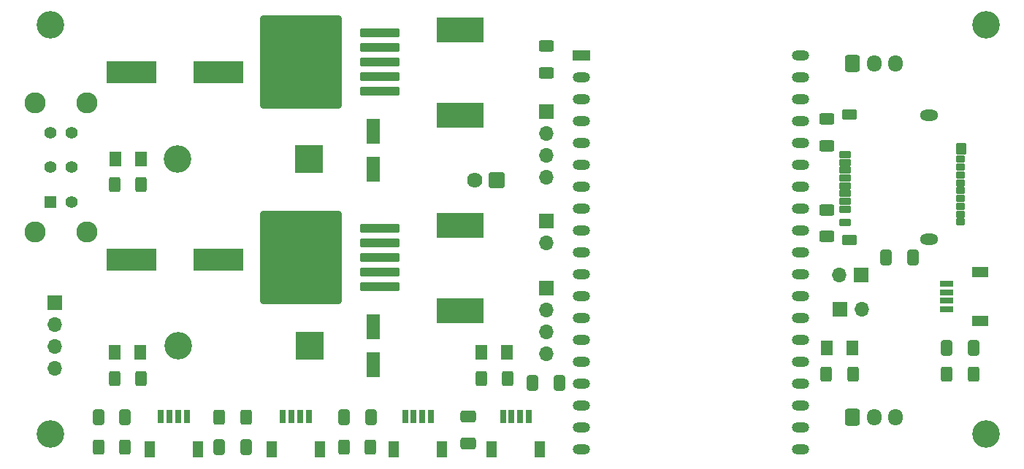
<source format=gbr>
%TF.GenerationSoftware,KiCad,Pcbnew,8.0.8*%
%TF.CreationDate,2025-03-18T22:09:40-04:00*%
%TF.ProjectId,pcb v4,70636220-7634-42e6-9b69-6361645f7063,rev?*%
%TF.SameCoordinates,Original*%
%TF.FileFunction,Soldermask,Top*%
%TF.FilePolarity,Negative*%
%FSLAX46Y46*%
G04 Gerber Fmt 4.6, Leading zero omitted, Abs format (unit mm)*
G04 Created by KiCad (PCBNEW 8.0.8) date 2025-03-18 22:09:40*
%MOMM*%
%LPD*%
G01*
G04 APERTURE LIST*
G04 Aperture macros list*
%AMRoundRect*
0 Rectangle with rounded corners*
0 $1 Rounding radius*
0 $2 $3 $4 $5 $6 $7 $8 $9 X,Y pos of 4 corners*
0 Add a 4 corners polygon primitive as box body*
4,1,4,$2,$3,$4,$5,$6,$7,$8,$9,$2,$3,0*
0 Add four circle primitives for the rounded corners*
1,1,$1+$1,$2,$3*
1,1,$1+$1,$4,$5*
1,1,$1+$1,$6,$7*
1,1,$1+$1,$8,$9*
0 Add four rect primitives between the rounded corners*
20,1,$1+$1,$2,$3,$4,$5,0*
20,1,$1+$1,$4,$5,$6,$7,0*
20,1,$1+$1,$6,$7,$8,$9,0*
20,1,$1+$1,$8,$9,$2,$3,0*%
G04 Aperture macros list end*
%ADD10C,3.200000*%
%ADD11R,1.700000X1.700000*%
%ADD12O,1.700000X1.700000*%
%ADD13RoundRect,0.250000X0.400000X0.625000X-0.400000X0.625000X-0.400000X-0.625000X0.400000X-0.625000X0*%
%ADD14R,0.660400X1.549400*%
%ADD15R,1.295400X1.905000*%
%ADD16R,1.549400X0.660400*%
%ADD17R,1.905000X1.295400*%
%ADD18RoundRect,0.250000X-0.412500X-0.650000X0.412500X-0.650000X0.412500X0.650000X-0.412500X0.650000X0*%
%ADD19R,2.000000X1.200000*%
%ADD20O,2.000000X1.200000*%
%ADD21RoundRect,0.250000X2.050000X0.300000X-2.050000X0.300000X-2.050000X-0.300000X2.050000X-0.300000X0*%
%ADD22RoundRect,0.250002X4.449998X5.149998X-4.449998X5.149998X-4.449998X-5.149998X4.449998X-5.149998X0*%
%ADD23RoundRect,0.102000X0.604000X-0.604000X0.604000X0.604000X-0.604000X0.604000X-0.604000X-0.604000X0*%
%ADD24C,1.412000*%
%ADD25C,2.454000*%
%ADD26RoundRect,0.250000X-0.400000X-0.625000X0.400000X-0.625000X0.400000X0.625000X-0.400000X0.625000X0*%
%ADD27RoundRect,0.250000X0.625000X-0.400000X0.625000X0.400000X-0.625000X0.400000X-0.625000X-0.400000X0*%
%ADD28RoundRect,0.250000X-0.625000X0.400000X-0.625000X-0.400000X0.625000X-0.400000X0.625000X0.400000X0*%
%ADD29RoundRect,0.250001X0.462499X0.624999X-0.462499X0.624999X-0.462499X-0.624999X0.462499X-0.624999X0*%
%ADD30RoundRect,0.250001X-0.462499X-0.624999X0.462499X-0.624999X0.462499X0.624999X-0.462499X0.624999X0*%
%ADD31R,5.400000X2.900000*%
%ADD32RoundRect,0.250000X-0.600000X-0.725000X0.600000X-0.725000X0.600000X0.725000X-0.600000X0.725000X0*%
%ADD33O,1.700000X1.950000*%
%ADD34C,1.779000*%
%ADD35RoundRect,0.102000X-0.787500X-0.787500X0.787500X-0.787500X0.787500X0.787500X-0.787500X0.787500X0*%
%ADD36R,3.200000X3.200000*%
%ADD37O,3.200000X3.200000*%
%ADD38R,5.800000X2.500000*%
%ADD39R,1.600000X3.000000*%
%ADD40RoundRect,0.250000X0.412500X0.650000X-0.412500X0.650000X-0.412500X-0.650000X0.412500X-0.650000X0*%
%ADD41RoundRect,0.250000X-0.650000X0.412500X-0.650000X-0.412500X0.650000X-0.412500X0.650000X0.412500X0*%
%ADD42O,2.104000X1.304000*%
%ADD43RoundRect,0.102000X0.400000X-0.300000X0.400000X0.300000X-0.400000X0.300000X-0.400000X-0.300000X0*%
%ADD44RoundRect,0.102000X0.500000X-0.550000X0.500000X0.550000X-0.500000X0.550000X-0.500000X-0.550000X0*%
%ADD45RoundRect,0.102000X0.550000X-0.350000X0.550000X0.350000X-0.550000X0.350000X-0.550000X-0.350000X0*%
%ADD46RoundRect,0.102000X0.550000X-0.300000X0.550000X0.300000X-0.550000X0.300000X-0.550000X-0.300000X0*%
%ADD47RoundRect,0.102000X0.750000X-0.450000X0.750000X0.450000X-0.750000X0.450000X-0.750000X-0.450000X0*%
G04 APERTURE END LIST*
D10*
%TO.C,H4*%
X247000000Y-86500000D03*
%TD*%
%TO.C,H3*%
X138500000Y-86500000D03*
%TD*%
%TO.C,H2*%
X247000000Y-39000000D03*
%TD*%
%TO.C,H1*%
X138500000Y-39000000D03*
%TD*%
D11*
%TO.C,J16*%
X230025000Y-72000000D03*
D12*
X232565000Y-72000000D03*
%TD*%
D11*
%TO.C,J6*%
X232500000Y-68000000D03*
D12*
X229960000Y-68000000D03*
%TD*%
D13*
%TO.C,R11*%
X245550000Y-79500000D03*
X242450000Y-79500000D03*
%TD*%
D14*
%TO.C,J14*%
X151350001Y-84401500D03*
X152350002Y-84401500D03*
X153350000Y-84401500D03*
X154350001Y-84401500D03*
D15*
X155650000Y-88276501D03*
X150050002Y-88276501D03*
%TD*%
D14*
%TO.C,J13*%
X179650000Y-84401500D03*
X180650001Y-84401500D03*
X181649999Y-84401500D03*
X182650000Y-84401500D03*
D15*
X183949999Y-88276501D03*
X178350001Y-88276501D03*
%TD*%
D14*
%TO.C,J10*%
X165500000Y-84401500D03*
X166500001Y-84401500D03*
X167499999Y-84401500D03*
X168500000Y-84401500D03*
D15*
X169799999Y-88276501D03*
X164200001Y-88276501D03*
%TD*%
D16*
%TO.C,J3*%
X242401500Y-72000000D03*
X242401500Y-70999999D03*
X242401500Y-70000001D03*
X242401500Y-69000000D03*
D17*
X246276501Y-67700001D03*
X246276501Y-73299999D03*
%TD*%
D15*
%TO.C,J2*%
X189700001Y-88276501D03*
X195299999Y-88276501D03*
D14*
X194000000Y-84401500D03*
X192999999Y-84401500D03*
X192000001Y-84401500D03*
X191000000Y-84401500D03*
%TD*%
D18*
%TO.C,C7*%
X242437500Y-76500000D03*
X245562500Y-76500000D03*
%TD*%
D19*
%TO.C,U3*%
X200100000Y-42500000D03*
D20*
X200100000Y-45040000D03*
X200100000Y-47580000D03*
X200100000Y-50120000D03*
X200100000Y-52660000D03*
X200100000Y-55200000D03*
X200100000Y-57740000D03*
X200100000Y-60280000D03*
X200100000Y-62820000D03*
X200100000Y-65360000D03*
X200100000Y-67900000D03*
X200100000Y-70440000D03*
X200100000Y-72980000D03*
X200100000Y-75520000D03*
X200100000Y-78060000D03*
X200100000Y-80600000D03*
X200100000Y-83140000D03*
X200100000Y-85680000D03*
X200100000Y-88220000D03*
X225496320Y-88217280D03*
X225496320Y-85677280D03*
X225500000Y-83140000D03*
X225500000Y-80600000D03*
X225500000Y-78060000D03*
X225500000Y-75520000D03*
X225500000Y-72980000D03*
X225500000Y-70440000D03*
X225500000Y-67900000D03*
X225500000Y-65360000D03*
X225500000Y-62820000D03*
X225500000Y-60280000D03*
X225500000Y-57740000D03*
X225500000Y-55200000D03*
X225500000Y-52660000D03*
X225500000Y-50120000D03*
X225500000Y-47580000D03*
X225500000Y-45040000D03*
X225500000Y-42500000D03*
%TD*%
D21*
%TO.C,U2*%
X176725000Y-69400000D03*
X176725000Y-67700000D03*
X176725000Y-66000000D03*
D22*
X167575000Y-66000000D03*
D21*
X176725000Y-64300000D03*
X176725000Y-62600000D03*
%TD*%
%TO.C,U1*%
X176725000Y-39875000D03*
X176725000Y-41575000D03*
D22*
X167575000Y-43275000D03*
D21*
X176725000Y-43275000D03*
X176725000Y-44975000D03*
X176725000Y-46675000D03*
%TD*%
D23*
%TO.C,S1*%
X138500000Y-59500000D03*
D24*
X141000000Y-59500000D03*
X138500000Y-55500000D03*
X141000000Y-55500000D03*
X138500000Y-51500000D03*
X141000000Y-51500000D03*
D25*
X136750000Y-63000000D03*
X142750000Y-63000000D03*
X136750000Y-48000000D03*
X142750000Y-48000000D03*
%TD*%
D26*
%TO.C,R10*%
X147200000Y-88000000D03*
X144100000Y-88000000D03*
%TD*%
%TO.C,R9*%
X172550000Y-88000000D03*
X175650000Y-88000000D03*
%TD*%
%TO.C,R8*%
X158100000Y-84500000D03*
X161200000Y-84500000D03*
%TD*%
D13*
%TO.C,R7*%
X231550000Y-79500000D03*
X228450000Y-79500000D03*
%TD*%
D27*
%TO.C,R6*%
X228500000Y-53000000D03*
X228500000Y-49900000D03*
%TD*%
%TO.C,R5*%
X228500000Y-63550000D03*
X228500000Y-60450000D03*
%TD*%
D28*
%TO.C,R4*%
X196000000Y-41450000D03*
X196000000Y-44550000D03*
%TD*%
D13*
%TO.C,R3*%
X149050000Y-80000000D03*
X145950000Y-80000000D03*
%TD*%
%TO.C,R2*%
X145950000Y-57500000D03*
X149050000Y-57500000D03*
%TD*%
D26*
%TO.C,R1*%
X188450000Y-80000000D03*
X191550000Y-80000000D03*
%TD*%
D29*
%TO.C,LED4*%
X231487500Y-76500000D03*
X228512500Y-76500000D03*
%TD*%
%TO.C,LED3*%
X148987500Y-77000000D03*
X146012500Y-77000000D03*
%TD*%
%TO.C,LED2*%
X146057500Y-54500000D03*
X149032500Y-54500000D03*
%TD*%
D30*
%TO.C,LED1*%
X188500000Y-77000000D03*
X191475000Y-77000000D03*
%TD*%
D31*
%TO.C,L2*%
X186000000Y-72175000D03*
X186000000Y-62275000D03*
%TD*%
%TO.C,L1*%
X186000000Y-49450000D03*
X186000000Y-39550000D03*
%TD*%
D11*
%TO.C,J15*%
X196000000Y-69500000D03*
D12*
X196000000Y-72040000D03*
X196000000Y-74580000D03*
X196000000Y-77120000D03*
%TD*%
%TO.C,J12*%
X139025000Y-78820000D03*
X139025000Y-76280000D03*
X139025000Y-73740000D03*
D11*
X139025000Y-71200000D03*
%TD*%
%TO.C,J9*%
X196025000Y-61750000D03*
D12*
X196025000Y-64290000D03*
%TD*%
D11*
%TO.C,J8*%
X196000000Y-49000000D03*
D12*
X196000000Y-51540000D03*
X196000000Y-54080000D03*
X196000000Y-56620000D03*
%TD*%
D32*
%TO.C,J5*%
X231500000Y-43475000D03*
D33*
X234000000Y-43475000D03*
X236500000Y-43475000D03*
%TD*%
D32*
%TO.C,J4*%
X231500000Y-84475000D03*
D33*
X234000000Y-84475000D03*
X236500000Y-84475000D03*
%TD*%
D34*
%TO.C,J1*%
X187750000Y-57025000D03*
D35*
X190250000Y-57025000D03*
%TD*%
D36*
%TO.C,D3*%
X168620000Y-76225000D03*
D37*
X153380000Y-76225000D03*
%TD*%
%TO.C,D2*%
X153260000Y-54500000D03*
D36*
X168500000Y-54500000D03*
%TD*%
D38*
%TO.C,CP4*%
X147950000Y-66225000D03*
X158050000Y-66225000D03*
%TD*%
%TO.C,CP3*%
X158000000Y-44500000D03*
X147900000Y-44500000D03*
%TD*%
D39*
%TO.C,CP2*%
X176000000Y-74025000D03*
X176000000Y-78425000D03*
%TD*%
%TO.C,CP1*%
X176000000Y-55700000D03*
X176000000Y-51300000D03*
%TD*%
D40*
%TO.C,C6*%
X147212500Y-84500000D03*
X144087500Y-84500000D03*
%TD*%
%TO.C,C5*%
X175712500Y-84500000D03*
X172587500Y-84500000D03*
%TD*%
%TO.C,C4*%
X158087500Y-88000000D03*
X161212500Y-88000000D03*
%TD*%
D18*
%TO.C,C3*%
X235437500Y-66000000D03*
X238562500Y-66000000D03*
%TD*%
D40*
%TO.C,C2*%
X197562500Y-80500000D03*
X194437500Y-80500000D03*
%TD*%
D41*
%TO.C,C1*%
X187000000Y-84437500D03*
X187000000Y-87562500D03*
%TD*%
D42*
%TO.C,J7*%
X240400000Y-63844250D03*
X240400000Y-49444250D03*
D43*
X244000000Y-61864250D03*
X244000000Y-60954250D03*
X244000000Y-60044250D03*
X244000000Y-59134250D03*
X244000000Y-58224250D03*
X244000000Y-57314250D03*
X244000000Y-56404250D03*
X244000000Y-55494250D03*
X244000000Y-54584250D03*
D44*
X244100000Y-53334250D03*
D45*
X230650000Y-61944250D03*
D46*
X230650000Y-60344250D03*
X230650000Y-59444250D03*
X230650000Y-58544250D03*
X230650000Y-57644250D03*
X230650000Y-56744250D03*
X230650000Y-55844250D03*
X230650000Y-54944250D03*
X230650000Y-54044250D03*
D47*
X231160000Y-63944250D03*
X231160000Y-49344250D03*
%TD*%
M02*

</source>
